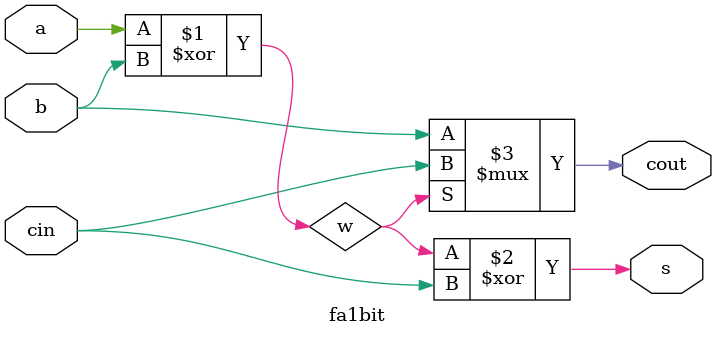
<source format=sv>
module fa1bit(input logic a, b, cin,
              output logic s, cout);
              
  logic w;
  assign w = a ^ b;
  
  assign s = w ^ cin;
  assign cout = w ? cin : b;
endmodule
</source>
